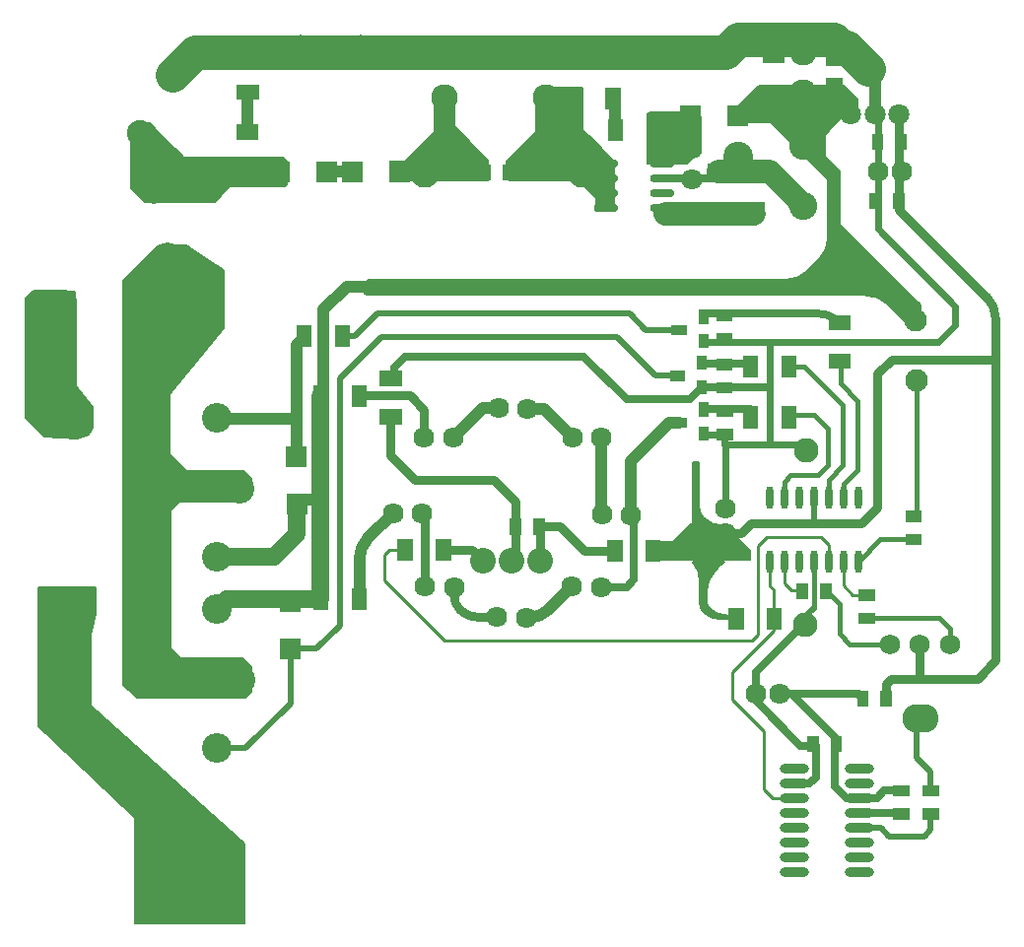
<source format=gbl>
G04 Layer: BottomLayer*
G04 EasyEDA Pro v1.8.39.fb3963, 2022-10-20 14:29:14*
G04 Gerber Generator version 0.3*
G04 Scale: 100 percent, Rotated: No, Reflected: No*
G04 Dimensions in millimeters*
G04 Leading zeros omitted, absolute positions, 4 integers and 2 decimals*
%FSLAX42Y42*%
%MOMM*%
%ADD999C,0.2032*%
%ADD10C,2.436073*%
%ADD11O,2.100001X0.700001*%
%ADD12O,2.5X0.800001*%
%ADD13C,2.567109*%
%ADD14C,2.202899*%
%ADD15C,1.7458*%
%ADD16C,1.738963*%
%ADD17C,1.952219*%
%ADD18C,2.119452*%
%ADD19C,2.551212*%
%ADD20C,2.551217*%
%ADD21C,1.789095*%
%ADD22C,1.786303*%
%ADD23C,1.786298*%
%ADD24C,2.412926*%
%ADD25C,2.412921*%
%ADD26C,1.804939*%
%ADD27C,1.804934*%
%ADD28C,1.78909*%
%ADD29C,2.465913*%
%ADD30C,2.465908*%
%ADD31C,2.291243*%
%ADD32C,2.675514*%
%ADD33C,2.999999*%
%ADD34C,2.161591*%
%ADD35C,2.240384*%
%ADD36O,0.594995X1.967509*%
%ADD37C,0.399999*%
%ADD38C,0.800001*%
%ADD39C,0.700001*%
%ADD40C,0.254*%
%ADD41C,0.508*%
%ADD42C,0.381*%
%ADD43C,1.000001*%
%ADD44C,2.999999*%
%ADD45C,2.000001*%
%ADD46C,0.599999*%
%ADD47C,1.5*%
%ADD48C,0.499999*%
G75*


G04 Copper Start*
G36*
G01X94334Y60805D02*
G01X94048Y60818D01*
G01X93890Y60979D01*
G01Y62006D01*
G01X93954Y62070D01*
G01X94180D01*
G01X94314Y62068D01*
G01X94325Y61950D01*
G01Y61252D01*
G03X94328Y61246I10J0D01*
G01X94465Y61071D01*
G01Y60899D01*
G01X94430Y60841D01*
G01X94334Y60805D01*
G37*
G36*
G01X95773Y57323D02*
G01X95773Y56639D01*
G01X94828D01*
G01Y57544D01*
G03X94825Y57551I-10J0D01*
G01X94003Y58335D01*
G01Y59527D01*
G01X94491D01*
G01Y59297D01*
G01X94453Y59121D01*
G01X94452Y59119D01*
G01Y59118D01*
G01Y58509D01*
G03X94456Y58501I10J0D01*
G01X95773Y57323D01*
G37*
G36*
G01X94847Y58575D02*
G01X94731Y58691D01*
G01Y62161D01*
G01X95031Y62461D01*
G01X95267D01*
G01X95486Y62323D01*
G01X95595Y62250D01*
G01Y61751D01*
G01X95128Y61182D01*
G03X95126Y61176I8J-6D01*
G01X95129Y60669D01*
G03X95132Y60662I10J0D01*
G01X95263Y60531D01*
G03X95270Y60528I7J7D01*
G01X95758D01*
G01X95830Y60456D01*
G01Y60319D01*
G01X95773Y60263D01*
G01X95222D01*
G03X95215Y60260I0J-10D01*
G01X95137Y60182D01*
G03X95134Y60174I7J-7D01*
G01Y59008D01*
G03X95137Y59001I10J0D01*
G01X95220Y58917D01*
G03X95228Y58914I7J7D01*
G01X95756D01*
G01X95830Y58841D01*
G01Y58627D01*
G01X95778Y58575D01*
G01X94847D01*
G37*
G36*
G01X94913Y62839D02*
G01X94825Y62927D01*
G01X94795Y62957D01*
G01Y63095D01*
G01Y63473D01*
G01X94830Y63509D01*
G01X94959D01*
G01X95060Y63407D01*
G01X95244Y63223D01*
G03X95251Y63220I7J7D01*
G01X96104D01*
G01X96137Y63187D01*
G01Y63105D01*
G01Y62992D01*
G01X96117Y62972D01*
G01X95653D01*
G03X95646Y62969I0J-10D01*
G01X95516Y62839D01*
G01X95258D01*
G01X94913D01*
G37*
G36*
G01X101479Y61775D02*
G01X101296Y61958D01*
G03X101109Y62036I-187J-187D01*
G01X96889D01*
G01X96816D01*
G01X96803Y62049D01*
G01Y62062D01*
G01Y62138D01*
G01X96817Y62153D01*
G01X96831Y62166D01*
G01X100263D01*
G01X100419D01*
G03X100605Y62244I0J264D01*
G01X100615Y62253D01*
G01X100707Y62346D01*
G03X100785Y62532I-187J187D01*
G01Y62555D01*
G01Y63025D01*
G03X100782Y63033I-10J0D01*
G01X100590Y63225D01*
G01X100292Y63522D01*
G03X100285Y63525I-7J-7D01*
G01X99973D01*
G01Y63618D01*
G01X99995Y63640D01*
G01X100191Y63837D01*
G01X100305D01*
G01X100916D01*
G01X101033Y63720D01*
G01Y63680D01*
G01Y63603D01*
G01X100983Y63554D01*
G01X100896D01*
G03X100888Y63551I0J-10D01*
G01X100836Y63499D01*
G01X100762Y63424D01*
G03X100759Y63417I7J-7D01*
G01Y63222D01*
G03X100762Y63215I10J0D01*
G01X100883Y63094D01*
G01Y62952D01*
G01Y62652D01*
G03X100886Y62645I10J0D01*
G01X101520Y62010D01*
G01X101575Y61956D01*
G01Y61826D01*
G01X101479Y61775D01*
G37*
G36*
G01X97107Y63020D02*
G01X97095Y63032D01*
G01Y63129D01*
G01X97130Y63164D01*
G01X97400Y63434D01*
G03X97403Y63441I-7J7D01*
G01Y63728D01*
G01X97423Y63748D01*
G01X97576D01*
G01Y63484D01*
G03X97579Y63477I10J0D01*
G01X97595Y63460D01*
G01X97862Y63193D01*
G01Y63020D01*
G01X97107D01*
G37*
G36*
G01X98794Y62761D02*
G01X98794Y62866D01*
G03X98791Y62873I-10J0D01*
G01X98642Y63022D01*
G03X98635Y63025I-7J-7D01*
G01X98045D01*
G01X98018Y63052D01*
G01Y63179D01*
G01X98143Y63304D01*
G01X98269Y63431D01*
G03X98272Y63438I-7J7D01*
G01Y63783D01*
G01X98307Y63818D01*
G01X98672D01*
G01Y63464D01*
G03X98675Y63456I10J0D01*
G01X98757Y63375D01*
G01X98949Y63183D01*
G01Y62778D01*
G01X98927Y62761D01*
G01X98794D01*
G37*
G36*
G01X99655Y63250D02*
G01X99575Y63170D01*
G01X99233D01*
G01Y63592D01*
G01X99250Y63609D01*
G01X99592D01*
G01X99689Y63571D01*
G01Y63284D01*
G01X99655Y63250D01*
G37*
G36*
G01X99301Y59761D02*
G01X99268Y59794D01*
G01Y59873D01*
G01X99307Y59912D01*
G01X99450D01*
G03X99457Y59915I0J10D01*
G01X99617Y60075D01*
G03X99620Y60082I-7J7D01*
G01Y60602D01*
G01X99677D01*
G01Y60208D01*
G03X99713Y60123I121J0D01*
G03X99883Y60052I170J170D01*
G01X99903D01*
G01X99950Y60008D01*
G01X100117Y59842D01*
G01Y59772D01*
G01Y59764D01*
G01X99301Y59761D01*
G37*
G36*
G01X99952Y59257D02*
G01X99952Y59255D01*
G01X99846D01*
G02X99715Y59310I0J186D01*
G02X99685Y59381I71J71D01*
G01Y59560D01*
G01Y59571D01*
G03X99621Y59743I-264J0D01*
G01X99895Y59742D01*
G03X99863Y59717I73J-130D01*
G01X99817Y59672D01*
G03X99740Y59485I187J-187D01*
G01Y59448D01*
G01Y59410D01*
G03X99768Y59343I96J0D01*
G03X99914Y59282I146J146D01*
G01X99952D01*
G01Y59257D01*
G37*
G54D999*
G01X94334Y60805D02*
G01X94048Y60818D01*
G01X93890Y60979D01*
G01Y62006D01*
G01X93954Y62070D01*
G01X94180D01*
G01X94314Y62068D01*
G01X94325Y61950D01*
G01Y61252D01*
G03X94328Y61246I10J0D01*
G01X94465Y61071D01*
G01Y60899D01*
G01X94430Y60841D01*
G01X94334Y60805D01*
G01X95773Y57323D02*
G01X95773Y56639D01*
G01X94828D01*
G01Y57544D01*
G03X94825Y57551I-10J0D01*
G01X94003Y58335D01*
G01Y59527D01*
G01X94491D01*
G01Y59297D01*
G01X94453Y59121D01*
G01X94452Y59119D01*
G01Y59118D01*
G01Y58509D01*
G03X94456Y58501I10J0D01*
G01X95773Y57323D01*
G01X94847Y58575D02*
G01X94731Y58691D01*
G01Y62161D01*
G01X95031Y62461D01*
G01X95267D01*
G01X95486Y62323D01*
G01X95595Y62250D01*
G01Y61751D01*
G01X95128Y61182D01*
G03X95126Y61176I8J-6D01*
G01X95129Y60669D01*
G03X95132Y60662I10J0D01*
G01X95263Y60531D01*
G03X95270Y60528I7J7D01*
G01X95758D01*
G01X95830Y60456D01*
G01Y60319D01*
G01X95773Y60263D01*
G01X95222D01*
G03X95215Y60260I0J-10D01*
G01X95137Y60182D01*
G03X95134Y60174I7J-7D01*
G01Y59008D01*
G03X95137Y59001I10J0D01*
G01X95220Y58917D01*
G03X95228Y58914I7J7D01*
G01X95756D01*
G01X95830Y58841D01*
G01Y58627D01*
G01X95778Y58575D01*
G01X94847D01*
G01X94913Y62839D02*
G01X94825Y62927D01*
G01X94795Y62957D01*
G01Y63095D01*
G01Y63473D01*
G01X94830Y63509D01*
G01X94959D01*
G01X95060Y63407D01*
G01X95244Y63223D01*
G03X95251Y63220I7J7D01*
G01X96104D01*
G01X96137Y63187D01*
G01Y63105D01*
G01Y62992D01*
G01X96117Y62972D01*
G01X95653D01*
G03X95646Y62969I0J-10D01*
G01X95516Y62839D01*
G01X95258D01*
G01X94913D01*
G01X101479Y61775D02*
G01X101296Y61958D01*
G03X101109Y62036I-187J-187D01*
G01X96889D01*
G01X96816D01*
G01X96803Y62049D01*
G01Y62062D01*
G01Y62138D01*
G01X96817Y62153D01*
G01X96831Y62166D01*
G01X100263D01*
G01X100419D01*
G03X100605Y62244I0J264D01*
G01X100615Y62253D01*
G01X100707Y62346D01*
G03X100785Y62532I-187J187D01*
G01Y62555D01*
G01Y63025D01*
G03X100782Y63033I-10J0D01*
G01X100590Y63225D01*
G01X100292Y63522D01*
G03X100285Y63525I-7J-7D01*
G01X99973D01*
G01Y63618D01*
G01X99995Y63640D01*
G01X100191Y63837D01*
G01X100305D01*
G01X100916D01*
G01X101033Y63720D01*
G01Y63680D01*
G01Y63603D01*
G01X100983Y63554D01*
G01X100896D01*
G03X100888Y63551I0J-10D01*
G01X100836Y63499D01*
G01X100762Y63424D01*
G03X100759Y63417I7J-7D01*
G01Y63222D01*
G03X100762Y63215I10J0D01*
G01X100883Y63094D01*
G01Y62952D01*
G01Y62652D01*
G03X100886Y62645I10J0D01*
G01X101520Y62010D01*
G01X101575Y61956D01*
G01Y61826D01*
G01X101479Y61775D01*
G01X97107Y63020D02*
G01X97095Y63032D01*
G01Y63129D01*
G01X97130Y63164D01*
G01X97400Y63434D01*
G03X97403Y63441I-7J7D01*
G01Y63728D01*
G01X97423Y63748D01*
G01X97576D01*
G01Y63484D01*
G03X97579Y63477I10J0D01*
G01X97595Y63460D01*
G01X97862Y63193D01*
G01Y63020D01*
G01X97107D01*
G01X98794Y62761D02*
G01X98794Y62866D01*
G03X98791Y62873I-10J0D01*
G01X98642Y63022D01*
G03X98635Y63025I-7J-7D01*
G01X98045D01*
G01X98018Y63052D01*
G01Y63179D01*
G01X98143Y63304D01*
G01X98269Y63431D01*
G03X98272Y63438I-7J7D01*
G01Y63783D01*
G01X98307Y63818D01*
G01X98672D01*
G01Y63464D01*
G03X98675Y63456I10J0D01*
G01X98757Y63375D01*
G01X98949Y63183D01*
G01Y62778D01*
G01X98927Y62761D01*
G01X98794D01*
G01X99655Y63250D02*
G01X99575Y63170D01*
G01X99233D01*
G01Y63592D01*
G01X99250Y63609D01*
G01X99592D01*
G01X99689Y63571D01*
G01Y63284D01*
G01X99655Y63250D01*
G01X99301Y59761D02*
G01X99268Y59794D01*
G01Y59873D01*
G01X99307Y59912D01*
G01X99450D01*
G03X99457Y59915I0J10D01*
G01X99617Y60075D01*
G03X99620Y60082I-7J7D01*
G01Y60602D01*
G01X99677D01*
G01Y60208D01*
G03X99713Y60123I121J0D01*
G03X99883Y60052I170J170D01*
G01X99903D01*
G01X99950Y60008D01*
G01X100117Y59842D01*
G01Y59772D01*
G01Y59764D01*
G01X99301Y59761D01*
G01X99952Y59257D02*
G01X99952Y59255D01*
G01X99846D01*
G02X99715Y59310I0J186D01*
G02X99685Y59381I71J71D01*
G01Y59560D01*
G01Y59571D01*
G03X99621Y59743I-264J0D01*
G01X99895Y59742D01*
G03X99863Y59717I73J-130D01*
G01X99817Y59672D01*
G03X99740Y59485I187J-187D01*
G01Y59448D01*
G01Y59410D01*
G03X99768Y59343I96J0D01*
G03X99914Y59282I146J146D01*
G01X99952D01*
G01Y59257D01*
G04 Copper End*

G04 Pad Start*
G36*
G01X100413Y63833D02*
G01X100223Y63833D01*
G01Y63703D01*
G01X100413D01*
G01Y63833D01*
G37*
G36*
G01X100413Y64162D02*
G01X100223Y64162D01*
G01Y64032D01*
G01X100413D01*
G01Y64162D01*
G37*
G54D10*
G01X101578Y58403D03*
G01X101613Y58403D03*
G01X101545Y58403D03*
G54D11*
G01X98874Y63168D03*
G01X98874Y63041D03*
G01X98874Y62914D03*
G01X98874Y62787D03*
G01X99363Y62787D03*
G01X99363Y62914D03*
G01X99363Y63041D03*
G01X99363Y63168D03*
G54D12*
G01X100491Y57075D03*
G01X100491Y57202D03*
G01X100491Y57329D03*
G01X100491Y57456D03*
G01X100491Y57583D03*
G01X100491Y57710D03*
G01X100491Y57837D03*
G01X100491Y57964D03*
G01X101053Y57964D03*
G01X101053Y57837D03*
G01X101053Y57710D03*
G01X101053Y57583D03*
G01X101053Y57456D03*
G01X101053Y57329D03*
G01X101053Y57202D03*
G01X101053Y57075D03*
G36*
G01X97121Y61056D02*
G01X96931Y61056D01*
G01Y60926D01*
G01X97121D01*
G01Y61056D01*
G37*
G36*
G01X97121Y61385D02*
G01X96931Y61385D01*
G01Y61255D01*
G01X97121D01*
G01Y61385D01*
G37*
G36*
G01X100981Y61532D02*
G01X100791Y61532D01*
G01Y61402D01*
G01X100981D01*
G01Y61532D01*
G37*
G36*
G01X100981Y61861D02*
G01X100791Y61861D01*
G01Y61731D01*
G01X100981D01*
G01Y61861D01*
G37*
G36*
G01X97415Y59942D02*
G01X97415Y59752D01*
G01X97545D01*
G01Y59942D01*
G01X97415D01*
G37*
G36*
G01X97086Y59942D02*
G01X97086Y59752D01*
G01X97216D01*
G01Y59942D01*
G01X97086D01*
G37*
G36*
G01X100904Y58251D02*
G01X100804Y58251D01*
G01Y58111D01*
G01X100904D01*
G01Y58251D01*
G37*
G36*
G01X100702Y58251D02*
G01X100602Y58251D01*
G01Y58111D01*
G01X100702D01*
G01Y58251D01*
G37*
G36*
G01X101334Y58640D02*
G01X101234Y58640D01*
G01Y58500D01*
G01X101334D01*
G01Y58640D01*
G37*
G36*
G01X101132Y58640D02*
G01X101032Y58640D01*
G01Y58500D01*
G01X101132D01*
G01Y58640D01*
G37*
G36*
G01X99674Y61114D02*
G01X99674Y60994D01*
G01X99759D01*
G01Y61114D01*
G01X99674D01*
G37*
G36*
G01X99674Y60904D02*
G01X99674Y60784D01*
G01X99759D01*
G01Y60904D01*
G01X99674D01*
G37*
G36*
G01X99442Y60985D02*
G01X99442Y60895D01*
G01X99572D01*
G01Y60985D01*
G01X99442D01*
G37*
G36*
G01X99656Y61516D02*
G01X99656Y61396D01*
G01X99741D01*
G01Y61516D01*
G01X99656D01*
G37*
G36*
G01X99656Y61306D02*
G01X99656Y61186D01*
G01X99741D01*
G01Y61306D01*
G01X99656D01*
G37*
G36*
G01X99425Y61387D02*
G01X99425Y61297D01*
G01X99555D01*
G01Y61387D01*
G01X99425D01*
G37*
G36*
G01X99670Y61909D02*
G01X99670Y61789D01*
G01X99755D01*
G01Y61909D01*
G01X99670D01*
G37*
G36*
G01X99670Y61699D02*
G01X99670Y61579D01*
G01X99755D01*
G01Y61699D01*
G01X99670D01*
G37*
G36*
G01X99438Y61780D02*
G01X99438Y61690D01*
G01X99568D01*
G01Y61780D01*
G01X99438D01*
G37*
G36*
G01X99826Y61087D02*
G01X99826Y60987D01*
G01X99966D01*
G01Y61087D01*
G01X99826D01*
G37*
G36*
G01X99826Y60885D02*
G01X99826Y60785D01*
G01X99966D01*
G01Y60885D01*
G01X99826D01*
G37*
G36*
G01X100241Y62833D02*
G01X100051Y62833D01*
G01Y62703D01*
G01X100241D01*
G01Y62833D01*
G37*
G36*
G01X100241Y63162D02*
G01X100051Y63162D01*
G01Y63032D01*
G01X100241D01*
G01Y63162D01*
G37*
G36*
G01X99940Y62833D02*
G01X99750Y62833D01*
G01Y62703D01*
G01X99940D01*
G01Y62833D01*
G37*
G36*
G01X99940Y63162D02*
G01X99750Y63162D01*
G01Y63032D01*
G01X99940D01*
G01Y63162D01*
G37*
G36*
G01X100381Y61517D02*
G01X100381Y61327D01*
G01X100511D01*
G01Y61517D01*
G01X100381D01*
G37*
G36*
G01X100052Y61517D02*
G01X100052Y61327D01*
G01X100182D01*
G01Y61517D01*
G01X100052D01*
G37*
G36*
G01X100381Y61080D02*
G01X100381Y60890D01*
G01X100511D01*
G01Y61080D01*
G01X100381D01*
G37*
G36*
G01X100052Y61080D02*
G01X100052Y60890D01*
G01X100182D01*
G01Y61080D01*
G01X100052D01*
G37*
G36*
G01X98085Y63159D02*
G01X97985Y63159D01*
G01Y63019D01*
G01X98085D01*
G01Y63159D01*
G37*
G36*
G01X97883Y63159D02*
G01X97783Y63159D01*
G01Y63019D01*
G01X97883D01*
G01Y63159D01*
G37*
G36*
G01X101443Y62913D02*
G01X101343Y62913D01*
G01Y62773D01*
G01X101443D01*
G01Y62913D01*
G37*
G36*
G01X101241Y62913D02*
G01X101141Y62913D01*
G01Y62773D01*
G01X101241D01*
G01Y62913D01*
G37*
G36*
G01X100766Y64102D02*
G01X100766Y64002D01*
G01X100906D01*
G01Y64102D01*
G01X100766D01*
G37*
G36*
G01X100766Y63900D02*
G01X100766Y63800D01*
G01X100906D01*
G01Y63900D01*
G01X100766D01*
G37*
G36*
G01X101462Y63421D02*
G01X101362Y63421D01*
G01Y63281D01*
G01X101462D01*
G01Y63421D01*
G37*
G36*
G01X101260Y63421D02*
G01X101160Y63421D01*
G01Y63281D01*
G01X101260D01*
G01Y63421D01*
G37*
G36*
G01X99823Y61914D02*
G01X99823Y61814D01*
G01X99963D01*
G01Y61914D01*
G01X99823D01*
G37*
G36*
G01X99823Y61712D02*
G01X99823Y61612D01*
G01X99963D01*
G01Y61712D01*
G01X99823D01*
G37*
G36*
G01X99823Y61492D02*
G01X99823Y61392D01*
G01X99963D01*
G01Y61492D01*
G01X99823D01*
G37*
G36*
G01X99823Y61290D02*
G01X99823Y61190D01*
G01X99963D01*
G01Y61290D01*
G01X99823D01*
G37*
G36*
G01X98351Y60117D02*
G01X98251Y60117D01*
G01Y59977D01*
G01X98351D01*
G01Y60117D01*
G37*
G36*
G01X98149Y60117D02*
G01X98049Y60117D01*
G01Y59977D01*
G01X98149D01*
G01Y60117D01*
G37*
G36*
G01X101341Y57827D02*
G01X101341Y57727D01*
G01X101481D01*
G01Y57827D01*
G01X101341D01*
G37*
G36*
G01X101341Y57625D02*
G01X101341Y57525D01*
G01X101481D01*
G01Y57625D01*
G01X101341D01*
G37*
G36*
G01X101595Y57827D02*
G01X101595Y57727D01*
G01X101735D01*
G01Y57827D01*
G01X101595D01*
G37*
G36*
G01X101595Y57625D02*
G01X101595Y57525D01*
G01X101735D01*
G01Y57625D01*
G01X101595D01*
G37*
G36*
G01X101450Y60188D02*
G01X101450Y60088D01*
G01X101590D01*
G01Y60188D01*
G01X101450D01*
G37*
G36*
G01X101450Y59986D02*
G01X101450Y59886D01*
G01X101590D01*
G01Y59986D01*
G01X101450D01*
G37*
G36*
G01X100511Y59422D02*
G01X100611Y59422D01*
G01Y59562D01*
G01X100511D01*
G01Y59422D01*
G37*
G36*
G01X100713Y59422D02*
G01X100813Y59422D01*
G01Y59562D01*
G01X100713D01*
G01Y59422D01*
G37*
G36*
G01X101047Y59510D02*
G01X101047Y59410D01*
G01X101187D01*
G01Y59510D01*
G01X101047D01*
G37*
G36*
G01X101047Y59309D02*
G01X101047Y59209D01*
G01X101187D01*
G01Y59309D01*
G01X101047D01*
G37*
G36*
G01X96310Y60332D02*
G01X96130Y60332D01*
G01Y60152D01*
G01X96310D01*
G01Y60332D01*
G37*
G36*
G01X96307Y60737D02*
G01X96127Y60737D01*
G01Y60557D01*
G01X96307D01*
G01Y60737D01*
G37*
G36*
G01X96072Y59313D02*
G01X96252Y59313D01*
G01Y59493D01*
G01X96072D01*
G01Y59313D01*
G37*
G36*
G01X96075Y58908D02*
G01X96255Y58908D01*
G01Y59088D01*
G01X96075D01*
G01Y58908D01*
G37*
G36*
G01X99691Y63482D02*
G01X99691Y63662D01*
G01X99511D01*
G01Y63482D01*
G01X99691D01*
G37*
G36*
G01X100096Y63485D02*
G01X100096Y63665D01*
G01X99916D01*
G01Y63485D01*
G01X100096D01*
G37*
G36*
G01X97011Y63188D02*
G01X97011Y63008D01*
G01X97191D01*
G01Y63188D01*
G01X97011D01*
G37*
G36*
G01X96607Y63186D02*
G01X96607Y63006D01*
G01X96787D01*
G01Y63186D01*
G01X96607D01*
G37*
G36*
G01X96384Y63186D02*
G01X96384Y63006D01*
G01X96564D01*
G01Y63186D01*
G01X96384D01*
G37*
G36*
G01X95979Y63183D02*
G01X95979Y63003D01*
G01X96159D01*
G01Y63183D01*
G01X95979D01*
G37*
G36*
G01X95894Y63843D02*
G01X95704Y63843D01*
G01Y63713D01*
G01X95894D01*
G01Y63843D01*
G37*
G36*
G01X95894Y64172D02*
G01X95704Y64172D01*
G01Y64042D01*
G01X95894D01*
G01Y64172D01*
G37*
G36*
G01X95892Y63172D02*
G01X95702Y63172D01*
G01Y63042D01*
G01X95892D01*
G01Y63172D01*
G37*
G36*
G01X95892Y63501D02*
G01X95702Y63501D01*
G01Y63371D01*
G01X95892D01*
G01Y63501D01*
G37*
G36*
G01X100258Y59350D02*
G01X100258Y59160D01*
G01X100388D01*
G01Y59350D01*
G01X100258D01*
G37*
G36*
G01X99929Y59350D02*
G01X99929Y59160D01*
G01X100059D01*
G01Y59350D01*
G01X99929D01*
G37*
G36*
G01X99217Y59934D02*
G01X99217Y59744D01*
G01X99347D01*
G01Y59934D01*
G01X99217D01*
G37*
G36*
G01X98888Y59934D02*
G01X98888Y59744D01*
G01X99018D01*
G01Y59934D01*
G01X98888D01*
G37*
G36*
G01X96692Y59517D02*
G01X96692Y59327D01*
G01X96822D01*
G01Y59517D01*
G01X96692D01*
G37*
G36*
G01X96363Y59517D02*
G01X96363Y59327D01*
G01X96493D01*
G01Y59517D01*
G01X96363D01*
G37*
G36*
G01X96690Y61261D02*
G01X96690Y61071D01*
G01X96820D01*
G01Y61261D01*
G01X96690D01*
G37*
G36*
G01X96361Y61261D02*
G01X96361Y61071D01*
G01X96491D01*
G01Y61261D01*
G01X96361D01*
G37*
G36*
G01X96545Y61780D02*
G01X96545Y61590D01*
G01X96675D01*
G01Y61780D01*
G01X96545D01*
G37*
G36*
G01X96216Y61780D02*
G01X96216Y61590D01*
G01X96346D01*
G01Y61780D01*
G01X96216D01*
G37*
G36*
G01X99221Y63547D02*
G01X99221Y63357D01*
G01X99351D01*
G01Y63547D01*
G01X99221D01*
G37*
G36*
G01X98892Y63547D02*
G01X98892Y63357D01*
G01X99022D01*
G01Y63547D01*
G01X98892D01*
G37*
G36*
G01X98872Y63819D02*
G01X98872Y63629D01*
G01X99002D01*
G01Y63819D01*
G01X98872D01*
G37*
G36*
G01X98543Y63819D02*
G01X98543Y63629D01*
G01X98673D01*
G01Y63819D01*
G01X98543D01*
G37*
G54D13*
G01X100014Y64233D03*
G01X100012Y63226D03*
G54D14*
G01X98311Y59752D03*
G01X98064Y59752D03*
G01X97817Y59752D03*
G54D16*
G01X101319Y59037D03*
G01X101570Y59037D03*
G01X101829Y59037D03*
G54D17*
G01X101540Y61307D03*
G01X101532Y61818D03*
G54D18*
G01X100598Y60705D03*
G01X100587Y59203D03*
G54D19*
G01X94314Y59339D03*
G01X95536Y58145D03*
G01X95732Y58727D03*
G54D20*
G01X95536Y59342D03*
G54D19*
G01X94312Y60980D03*
G01X95534Y59785D03*
G01X95729Y60368D03*
G54D20*
G01X95534Y60983D03*
G54D21*
G01X99905Y59994D03*
G01X99905Y60202D03*
G01X100370Y58611D03*
G01X100163Y58611D03*
G01X101421Y63099D03*
G01X101213Y63099D03*
G54D22*
G01X97297Y60158D03*
G54D23*
G01X97049Y60163D03*
G54D22*
G01X97572Y59527D03*
G54D23*
G01X97323Y59532D03*
G54D22*
G01X98190Y59265D03*
G54D23*
G01X97941Y59270D03*
G54D22*
G01X98831Y59527D03*
G54D23*
G01X98582Y59532D03*
G54D22*
G01X99089Y60145D03*
G54D23*
G01X98840Y60150D03*
G54D22*
G01X98837Y60808D03*
G54D23*
G01X98588Y60813D03*
G54D22*
G01X98203Y61060D03*
G54D23*
G01X97954Y61065D03*
G54D22*
G01X97562Y60808D03*
G54D23*
G01X97313Y60813D03*
G54D24*
G01X100574Y63317D03*
G54D25*
G01X100574Y62802D03*
G54D26*
G01X100973Y63593D03*
G54D27*
G01X101185Y63593D03*
G54D26*
G01X101396Y63593D03*
G54D28*
G01X99612Y63030D03*
G01X99612Y63296D03*
G54D29*
G01X97320Y63082D03*
G54D30*
G01X98675Y63078D03*
G54D31*
G01X100573Y63772D03*
G01X100573Y64123D03*
G01X98364Y63735D03*
G01X98364Y64085D03*
G01X97486Y63736D03*
G01X97486Y64087D03*
G54D32*
G01X94994Y62951D03*
G01X95113Y62352D03*
G54D33*
G01X95425Y61943D03*
G01X94905Y61943D03*
G01X95553Y56902D03*
G01X95034Y56902D03*
G01X94110Y61883D03*
G01X94110Y61364D03*
G01X96773Y64124D03*
G01X96253Y64124D03*
G54D34*
G01X95578Y64094D03*
G01X95573Y63084D03*
G54D35*
G01X95151Y63928D03*
G01X94869Y63427D03*
G54D36*
G01X100279Y60294D03*
G01X100406Y60294D03*
G01X100533Y60294D03*
G01X100660Y60294D03*
G01X100787Y60294D03*
G01X100914Y60294D03*
G01X101041Y60294D03*
G01X100279Y59747D03*
G01X100406Y59747D03*
G01X100533Y59747D03*
G01X100660Y59747D03*
G01X100787Y59747D03*
G01X100914Y59747D03*
G01X101041Y59747D03*
G04 Pad End*

G04 Track Start*
G54D37*
G01X101736Y59259D02*
G01X101829Y59166D01*
G01X101829Y59037D02*
G01X101829Y59166D01*
G01X101117Y59259D02*
G01X101736Y59259D01*
G01X100883Y59125D02*
G01X100970Y59037D01*
G01X101319D01*
G54D38*
G01X101570Y58771D02*
G01X101576Y58765D01*
G01X101570Y58771D02*
G01X101570Y59037D01*
G01X100040Y59994D02*
G01X100123Y60078D01*
G01X99905Y59994D02*
G01X100040Y59994D01*
G54D39*
G01X100680Y57894D02*
G01X100680Y58164D01*
G01X100623Y57837D02*
G01X100680Y57894D01*
G01X100491Y57837D02*
G01X100623Y57837D01*
G54D40*
G01X100565Y59498D02*
G01X100471Y59498D01*
G01X100406Y59563D02*
G01X100406Y59747D01*
G01X100471Y59498D02*
G01X100406Y59563D01*
G54D37*
G01X100883Y59382D02*
G01X100767Y59498D01*
G01X100883Y59125D02*
G01X100883Y59382D01*
G54D40*
G01X101117Y59460D02*
G01X100991Y59460D01*
G01X100914Y59538D02*
G01X100914Y59747D01*
G01X100991Y59460D02*
G01X100914Y59538D01*
G54D41*
G01X100660Y60294D02*
G01X100660Y60080D01*
G01X100663Y60078D01*
G54D38*
G01X100123Y60078D02*
G01X100663Y60078D01*
G54D42*
G01X101041Y59747D02*
G01X101230Y59936D01*
G01X101520D01*
G54D43*
G01X98954Y63459D02*
G01X98954Y63748D01*
G01X95797Y63436D02*
G01X95797Y63789D01*
G54D44*
G01X96253Y64124D02*
G01X96773Y64124D01*
G01X95151Y63928D02*
G01X95347Y64124D01*
G01X95814D01*
G01X96253D01*
G54D43*
G01X96469Y63100D02*
G01X96648Y63100D01*
G54D39*
G01X99363Y63041D02*
G01X99790Y63041D01*
G01X99833Y63085D01*
G01X99845Y63097D01*
G54D45*
G01X99856Y63097D01*
G01X100146D01*
G01X100518Y62858D02*
G01X100574Y62802D01*
G01X100146Y63097D02*
G01X100280Y63097D01*
G01X100518Y62858D01*
G01X99387Y62733D02*
G01X100146Y62733D01*
G54D43*
G01X101186Y63593D02*
G01X101186Y63981D01*
G54D44*
G01X100944Y64161D02*
G01X101128Y63977D01*
G01X100014Y64233D02*
G01X100836Y64233D01*
G01X99988Y64207D02*
G01X100006Y64224D01*
G01X99905Y64124D02*
G01X99988Y64207D01*
G01X96773Y64124D02*
G01X99905Y64124D01*
G54D39*
G01X99699Y61446D02*
G01X99699Y61456D01*
G01X99699Y61446D02*
G01X100097Y61446D01*
G01X99699Y61246D02*
G01X99705Y61240D01*
G01X99893D01*
G01X100117Y60985D02*
G01X100117Y61054D01*
G01X99716Y61054D02*
G01X100117Y61054D01*
G54D46*
G01X99896Y60835D02*
G01X99905Y60826D01*
G01X99716Y60844D02*
G01X99725Y60835D01*
G01X99896D01*
G01Y60753D01*
G01X99905D01*
G01X99905Y60202D02*
G01X99905Y60753D01*
G01X100267D01*
G01X100564Y60671D02*
G01X100564Y60753D01*
G01X100267Y60753D02*
G01X100564Y60753D01*
G54D37*
G01X100470Y61010D02*
G01X100666Y61010D01*
G01X100784Y60892D01*
G01X100446Y61422D02*
G01X100577Y61422D01*
G01X100911Y61089D01*
G01X100892Y61274D02*
G01X100892Y61398D01*
G01X100892Y61274D02*
G01X101038Y61129D01*
G54D38*
G01X97313Y60813D02*
G01X97313Y61052D01*
G01X96808Y61174D02*
G01X97191Y61174D01*
G01X97313Y61052D01*
G54D43*
G01X96220Y60242D02*
G01X96259Y60282D01*
G01X96426D01*
G54D47*
G01X96426Y61166D01*
G54D48*
G01X95536Y58145D02*
G01X95780Y58145D01*
G01X96165Y58530D01*
G01Y58998D01*
G54D43*
G01X98390Y59340D02*
G01X98582Y59532D01*
G01X98190Y59265D02*
G01X98211Y59265D01*
G54D38*
G01X97572Y59451D02*
G01X97572Y59527D01*
G01X97776Y59270D02*
G01X97941Y59270D01*
G01X97297Y60158D02*
G01X97323Y60132D01*
G01X97323Y59532D02*
G01X97323Y60132D01*
G54D43*
G01X96831Y59945D02*
G01X97049Y60163D01*
G01X96757Y59422D02*
G01X96757Y59765D01*
G54D38*
G01X97722Y59847D02*
G01X97817Y59752D01*
G01X97480Y59847D02*
G01X97722Y59847D01*
G01X98064Y59752D02*
G01X98081Y59769D01*
G01X98099Y59787D01*
G01Y60047D01*
G01X98311Y59752D02*
G01X98311Y60042D01*
G01X98305Y60047D02*
G01X98311Y60042D01*
G01X98690Y59839D02*
G01X98953Y59839D01*
G01X98305Y60047D02*
G01X98482Y60047D01*
G01X98690Y59839D01*
G54D39*
G01X98831Y59527D02*
G01X99052Y59527D01*
G01X99117Y59592D01*
G01X99089Y60145D02*
G01X99117Y60117D01*
G01X99117Y59592D02*
G01X99117Y60117D01*
G54D43*
G01X99419Y60940D02*
G01X99507Y60940D01*
G01X99089Y60610D02*
G01X99419Y60940D01*
G01X99089Y60145D02*
G01X99089Y60610D01*
G01X98837Y60153D02*
G01X98840Y60150D01*
G01X98837Y60153D02*
G01X98837Y60808D01*
G01X98203Y61060D02*
G01X98342Y61060D01*
G01X98588Y60813D01*
G01X97818Y61065D02*
G01X97954Y61065D01*
G01X97562Y60808D02*
G01X97818Y61065D01*
G54D38*
G01X97026Y60659D02*
G01X97026Y60991D01*
G01X98099Y60047D02*
G01X98099Y60261D01*
G01X97026Y60659D02*
G01X97237Y60448D01*
G01X97912Y60448D02*
G01X98099Y60261D01*
G01X97237Y60448D02*
G01X97912Y60448D01*
G54D40*
G01X100787Y59893D02*
G01X100787Y59747D01*
G01X100724Y59957D02*
G01X100787Y59893D01*
G01X100254Y59957D02*
G01X100724Y59957D01*
G01X97013Y59845D02*
G01X97142Y59845D01*
G01X100178Y59880D02*
G01X100254Y59957D01*
G01X96976Y59808D02*
G01X97013Y59845D01*
G01X100178Y59880D02*
G01X100178Y59120D01*
G01X96976Y59586D02*
G01X96976Y59808D01*
G01X100129Y59071D02*
G01X100178Y59120D01*
G01X96976Y59586D02*
G01X97491Y59071D01*
G01X100129D01*
G01X100279Y59538D02*
G01X100279Y59747D01*
G01X100316Y59501D02*
G01X100279Y59538D01*
G01X100309Y57717D02*
G01X100476Y57717D01*
G01X100236Y57790D02*
G01X100309Y57717D01*
G54D39*
G01X100942Y57710D02*
G01X101053Y57710D01*
G01X100839Y57812D02*
G01X100942Y57710D01*
G54D48*
G01X101665Y57777D02*
G01X101665Y57943D01*
G01X101545Y58063D02*
G01X101665Y57943D01*
G01X101545Y58063D02*
G01X101545Y58403D01*
G54D39*
G01X101053Y57710D02*
G01X101202Y57710D01*
G01X101269Y57777D02*
G01X101411Y57777D01*
G01X101202Y57710D02*
G01X101269Y57777D01*
G01X101404Y57583D02*
G01X101411Y57575D01*
G01X101053Y57583D02*
G01X101404Y57583D01*
G54D48*
G01X101053Y57456D02*
G01X101236Y57456D01*
G01X101665Y57440D02*
G01X101665Y57575D01*
G01X101236Y57456D02*
G01X101309Y57383D01*
G01X101608Y57383D02*
G01X101665Y57440D01*
G01X101309Y57383D02*
G01X101608Y57383D01*
G54D38*
G01X101284Y58570D02*
G01X101284Y58697D01*
G01X101328Y58740D01*
G01X102065D01*
G01X102223Y58898D01*
G01X101396Y63099D02*
G01X101396Y63593D01*
G01X101396Y62770D02*
G01X101396Y63099D01*
G01X101396Y62770D02*
G01X102149Y62018D01*
G01X102223Y61485D02*
G01X102223Y61839D01*
G01X100663Y60078D02*
G01X101074Y60078D01*
G01X101205Y60209D01*
G01Y61359D01*
G01X101332Y61485D01*
G01X102223D01*
G54D46*
G01X101185Y63593D02*
G01X101186Y63593D01*
G01X101213Y63565D01*
G01X101213Y63099D02*
G01X101213Y63565D01*
G01X101213Y62603D02*
G01X101213Y63099D01*
G01X101213Y62603D02*
G01X101877Y61939D01*
G01X99712Y61639D02*
G01X99716Y61635D01*
G01X101877Y61778D02*
G01X101877Y61939D01*
G01X101734Y61635D02*
G01X101877Y61778D01*
G54D39*
G01X100880Y61802D02*
G01X100886Y61796D01*
G01X99712Y61849D02*
G01X99712Y61876D01*
G01X99998D01*
G01X100700D01*
G01X99594Y61142D02*
G01X99699Y61246D01*
G01X97053Y61337D02*
G01X97053Y61414D01*
G01X99052Y61142D02*
G01X99594Y61142D01*
G01X97053Y61414D02*
G01X97148Y61509D01*
G01X98685Y61509D02*
G01X99052Y61142D01*
G01X97148Y61509D02*
G01X98685Y61509D01*
G54D48*
G01X96165Y58998D02*
G01X96390Y58998D01*
G01X96591Y59199D01*
G01Y61322D01*
G01X99303Y61342D02*
G01X99490Y61342D01*
G01X96591Y61322D02*
G01X96947Y61678D01*
G01X98967Y61678D02*
G01X99303Y61342D01*
G01X96947Y61678D02*
G01X98967Y61678D01*
G01X96610Y61685D02*
G01X96717Y61685D01*
G01X99219Y61735D02*
G01X99503Y61735D01*
G01X96717Y61685D02*
G01X96909Y61876D01*
G01X99077Y61876D02*
G01X99219Y61735D01*
G01X96909Y61876D02*
G01X99077Y61876D01*
G54D43*
G01X96648Y62111D02*
G01X96838Y62111D01*
G01X96451Y61166D02*
G01X96451Y61914D01*
G01X96648Y62111D01*
G01X96217Y61604D02*
G01X96269Y61655D01*
G01X96217Y60647D02*
G01X96217Y60975D01*
G01Y61604D01*
G01X95534Y60983D02*
G01X95541Y60975D01*
G01X96217D01*
G54D47*
G01X96220Y59982D02*
G01X96220Y60242D01*
G01X95534Y59785D02*
G01X96023Y59785D01*
G01X96220Y59982D01*
G01X95536Y59342D02*
G01X95614Y59420D01*
G01X96426D01*
G01X96426Y59420D02*
G01X96426Y60282D01*
G54D46*
G01X100267Y60753D02*
G01X100279Y60766D01*
G54D39*
G01X99893Y61240D02*
G01X100242Y61240D01*
G54D46*
G01X100279Y61633D02*
G01X100277Y61635D01*
G01X101734Y61635D02*
G01X100277Y61635D01*
G01X99716D01*
G01X100279Y61633D02*
G01X100279Y60766D01*
G54D37*
G01X100784Y60578D02*
G01X100784Y60892D01*
G01X100787Y60452D02*
G01X100787Y60294D01*
G01X100911Y60575D02*
G01X100911Y61089D01*
G01X100911Y60575D02*
G01X100787Y60452D01*
G01X101038Y60536D02*
G01X100914Y60413D01*
G01Y60294D01*
G01X101038Y60536D02*
G01X101038Y61129D01*
G01X100463Y60490D02*
G01X100406Y60433D01*
G01X100406Y60294D02*
G01X100406Y60433D01*
G01X100696Y60490D02*
G01X100463Y60490D01*
G01X100696Y60490D02*
G01X100784Y60578D01*
G54D38*
G01X102223Y61485D02*
G01X102223Y58898D01*
G54D42*
G01X101540Y61307D02*
G01X101540Y60158D01*
G01X101520Y60138D01*
G54D40*
G01X99962Y58560D02*
G01X99962Y58801D01*
G01X100316Y59155D01*
G01X100236Y57790D02*
G01X100236Y58286D01*
G01X99962Y58560D01*
G01X100316Y59501D02*
G01X100316Y59155D01*
G54D42*
G01X100660Y59747D02*
G01X100660Y59349D01*
G54D41*
G01X100562Y59251D01*
G54D39*
G01X100680Y58164D02*
G01X100548Y58164D01*
G01X100163Y58549D02*
G01X100163Y58611D01*
G01X100548Y58164D02*
G01X100163Y58549D01*
G01X100163Y58611D02*
G01X100163Y58795D01*
G01X100562Y59194D01*
G01Y59251D01*
G01X101041Y58611D02*
G01X101082Y58570D01*
G01X100854Y58181D02*
G01X100854Y58227D01*
G01X100839Y57812D02*
G01X100839Y58241D01*
G01X100854Y58227D02*
G01X100839Y58241D01*
G01X100370Y58611D02*
G01X100469Y58611D01*
G01X100839Y58241D01*
G01X101041Y58611D02*
G01X100469Y58611D01*
G54D43*
G01X98211Y59265D02*
G03X98390Y59340I0J254D01*
G54D38*
G01X97572Y59451D02*
G03X97620Y59335I164J0D01*
G03X97714Y59279I156J156D01*
G01X97724Y59276D02*
G03X97776Y59270I52J215D01*
G01X97714Y59279D02*
G03X97724Y59276I62J212D01*
G54D43*
G01X96831Y59945D02*
G03X96757Y59765I180J-180D01*
G54D38*
G01X102223Y61839D02*
G03X102149Y62018I-254J0D01*
G54D39*
G01X100880Y61802D02*
G03X100813Y61850I-180J-180D01*
G03X100700Y61876I-112J-228D01*
G04 Track End*

M02*

</source>
